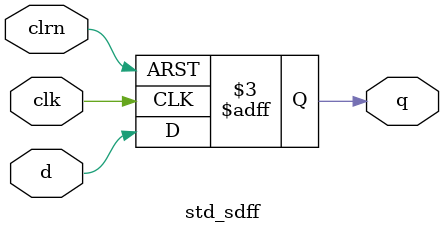
<source format=sv>
module std_sdff #(parameter logic RESET_STATE = 1'b0) 
(
	input d,
	input clk,
	input clrn,
	output logic q
);

always_ff @(posedge clk, negedge clrn) begin
	if (~clrn) begin
	  // Asynchronous reset when reset goes high
	  q <= RESET_STATE;
	end else begin
	  // Assign D to Q on positive clock edge
	  q <= d;
	end
end

endmodule: std_sdff
</source>
